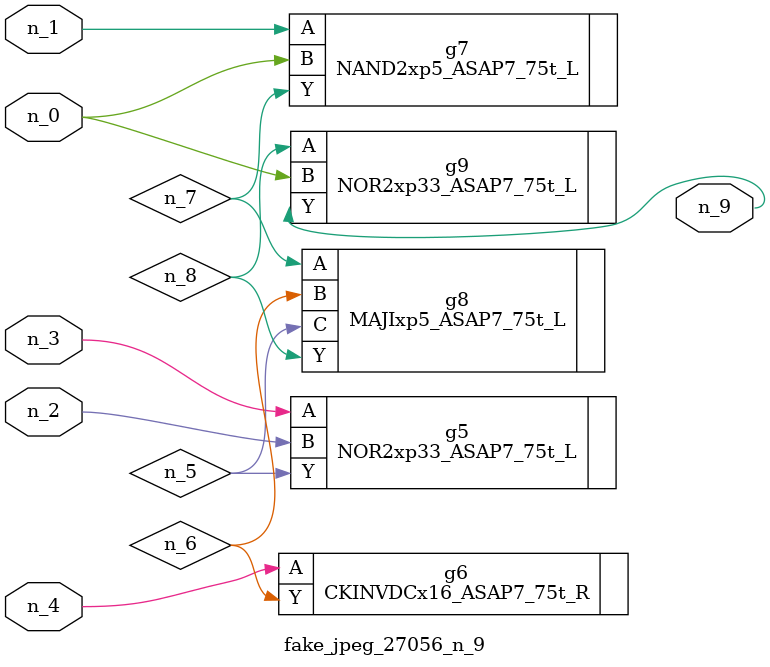
<source format=v>
module fake_jpeg_27056_n_9 (n_3, n_2, n_1, n_0, n_4, n_9);

input n_3;
input n_2;
input n_1;
input n_0;
input n_4;

output n_9;

wire n_8;
wire n_6;
wire n_5;
wire n_7;

NOR2xp33_ASAP7_75t_L g5 ( 
.A(n_3),
.B(n_2),
.Y(n_5)
);

CKINVDCx16_ASAP7_75t_R g6 ( 
.A(n_4),
.Y(n_6)
);

NAND2xp5_ASAP7_75t_L g7 ( 
.A(n_1),
.B(n_0),
.Y(n_7)
);

MAJIxp5_ASAP7_75t_L g8 ( 
.A(n_7),
.B(n_6),
.C(n_5),
.Y(n_8)
);

NOR2xp33_ASAP7_75t_L g9 ( 
.A(n_8),
.B(n_0),
.Y(n_9)
);


endmodule
</source>
